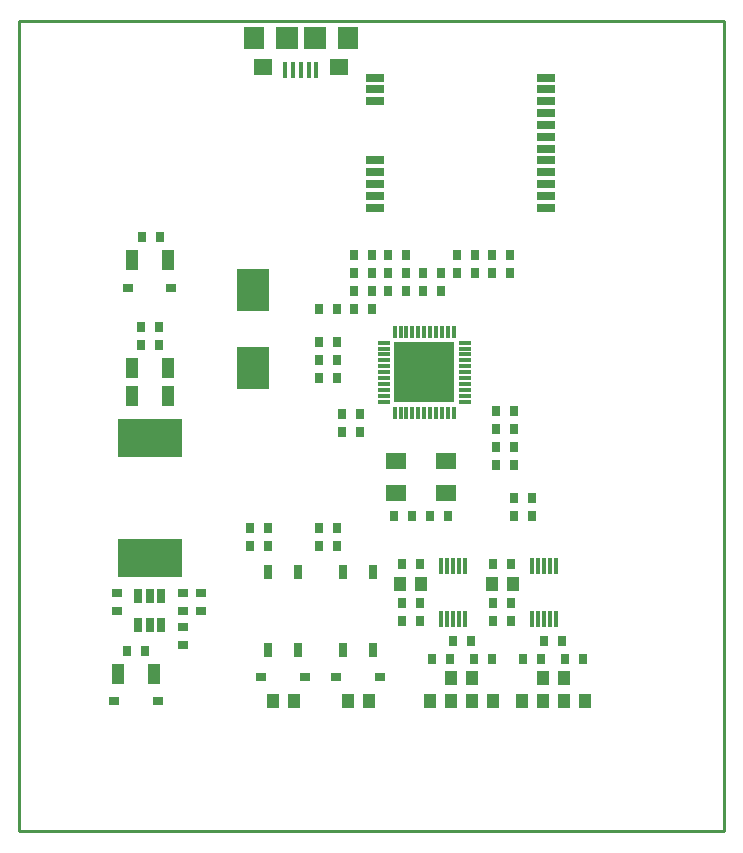
<source format=gbr>
G04 EAGLE Gerber RS-274X export*
G75*
%MOMM*%
%FSLAX34Y34*%
%LPD*%
%INSolderpaste Top*%
%IPPOS*%
%AMOC8*
5,1,8,0,0,1.08239X$1,22.5*%
G01*
%ADD10R,0.762000X0.889000*%
%ADD11R,0.889000X0.762000*%
%ADD12R,1.016000X1.778000*%
%ADD13R,1.016000X0.304800*%
%ADD14R,0.304800X1.016000*%
%ADD15R,5.080000X5.080000*%
%ADD16R,0.762000X1.270000*%
%ADD17R,1.524000X0.700000*%
%ADD18R,1.016000X1.270000*%
%ADD19R,1.651000X1.397000*%
%ADD20R,1.800000X1.900000*%
%ADD21R,1.900000X1.900000*%
%ADD22R,1.600000X1.400000*%
%ADD23R,0.400000X1.400000*%
%ADD24R,2.794000X3.556000*%
%ADD25R,0.635000X1.143000*%
%ADD26R,5.461000X3.302000*%
%ADD27R,0.300000X1.397000*%
%ADD28C,0.254000*%


D10*
X419100Y340360D03*
X403860Y340360D03*
X119380Y502920D03*
X104140Y502920D03*
X283210Y487680D03*
X298450Y487680D03*
X283210Y472440D03*
X298450Y472440D03*
X356870Y472440D03*
X341630Y472440D03*
X419100Y355600D03*
X403860Y355600D03*
X317500Y266700D03*
X332740Y266700D03*
X363220Y266700D03*
X347980Y266700D03*
X312420Y457200D03*
X327660Y457200D03*
X254000Y383540D03*
X269240Y383540D03*
X273050Y353060D03*
X288290Y353060D03*
D11*
X128905Y459740D03*
X92075Y459740D03*
X117475Y110490D03*
X80645Y110490D03*
D12*
X125730Y483870D03*
X95250Y483870D03*
D13*
X308610Y413620D03*
X308610Y408620D03*
X308610Y403620D03*
X308610Y398620D03*
X308610Y393620D03*
X308610Y388620D03*
X308610Y383620D03*
X308610Y378620D03*
X308610Y373620D03*
X308610Y368620D03*
X308610Y363620D03*
D14*
X317900Y354330D03*
X322900Y354330D03*
X327900Y354330D03*
X332900Y354330D03*
X337900Y354330D03*
X342900Y354330D03*
X347900Y354330D03*
X352900Y354330D03*
X357900Y354330D03*
X362900Y354330D03*
X367900Y354330D03*
D13*
X377190Y363620D03*
X377190Y368620D03*
X377190Y373620D03*
X377190Y378620D03*
X377190Y383620D03*
X377190Y388620D03*
X377190Y393620D03*
X377190Y398620D03*
X377190Y403620D03*
X377190Y408620D03*
X377190Y413620D03*
D14*
X367900Y422910D03*
X362900Y422910D03*
X357900Y422910D03*
X352900Y422910D03*
X347900Y422910D03*
X342900Y422910D03*
X337900Y422910D03*
X332900Y422910D03*
X327900Y422910D03*
X322900Y422910D03*
X317900Y422910D03*
D15*
X342900Y388620D03*
D16*
X210820Y153690D03*
X236220Y153690D03*
X236220Y219690D03*
X210820Y219690D03*
X274320Y153690D03*
X299720Y153690D03*
X299720Y219690D03*
X274320Y219690D03*
D17*
X445770Y527970D03*
X445770Y537970D03*
X445770Y547970D03*
X445770Y557970D03*
X445770Y567970D03*
X445770Y577970D03*
X445770Y587970D03*
X445770Y597970D03*
X445770Y607970D03*
X445770Y617970D03*
X445770Y627970D03*
X445770Y637970D03*
X300990Y637970D03*
X300990Y627970D03*
X300990Y617970D03*
X300990Y567970D03*
X300990Y557970D03*
X300990Y547970D03*
X300990Y537970D03*
X300990Y527970D03*
D10*
X273050Y337820D03*
X288290Y337820D03*
X254000Y414020D03*
X269240Y414020D03*
D18*
X232410Y110490D03*
X214630Y110490D03*
D10*
X195580Y256540D03*
X210820Y256540D03*
D18*
X295910Y110490D03*
X278130Y110490D03*
D10*
X254000Y256540D03*
X269240Y256540D03*
X254000Y398780D03*
X269240Y398780D03*
X415290Y487680D03*
X400050Y487680D03*
X269240Y441960D03*
X254000Y441960D03*
X386080Y487680D03*
X370840Y487680D03*
X415290Y472440D03*
X400050Y472440D03*
X386080Y472440D03*
X370840Y472440D03*
X327660Y487680D03*
X312420Y487680D03*
X327660Y472440D03*
X312420Y472440D03*
D19*
X319405Y286385D03*
X361315Y286385D03*
X361315Y313055D03*
X319405Y313055D03*
D20*
X278450Y671300D03*
D21*
X250450Y671300D03*
D20*
X198450Y671300D03*
D21*
X226450Y671300D03*
D22*
X270450Y647300D03*
X206450Y647300D03*
D23*
X238450Y644300D03*
X244950Y644300D03*
X251450Y644300D03*
X231950Y644300D03*
X225450Y644300D03*
D24*
X198120Y392430D03*
X198120Y458470D03*
D10*
X341630Y457200D03*
X356870Y457200D03*
D25*
X100990Y174625D03*
X110490Y174625D03*
X119990Y174625D03*
X119990Y198755D03*
X110490Y198755D03*
X100990Y198755D03*
D12*
X83820Y133350D03*
X114300Y133350D03*
X95250Y368300D03*
X125730Y368300D03*
X95250Y392430D03*
X125730Y392430D03*
D26*
X110490Y332740D03*
X110490Y231140D03*
D11*
X82550Y201930D03*
X82550Y186690D03*
D10*
X102870Y411480D03*
X118110Y411480D03*
D11*
X138430Y157480D03*
X138430Y172720D03*
X153670Y201930D03*
X153670Y186690D03*
X138430Y186690D03*
X138430Y201930D03*
D10*
X444500Y161290D03*
X459740Y161290D03*
X195580Y241300D03*
X210820Y241300D03*
X254000Y241300D03*
X269240Y241300D03*
X401320Y193040D03*
X416560Y193040D03*
X401320Y177800D03*
X416560Y177800D03*
X434340Y266700D03*
X419100Y266700D03*
X434340Y281940D03*
X419100Y281940D03*
X416560Y226060D03*
X401320Y226060D03*
D18*
X400050Y209550D03*
X417830Y209550D03*
D10*
X367030Y161290D03*
X382270Y161290D03*
X323850Y177800D03*
X339090Y177800D03*
X323850Y193040D03*
X339090Y193040D03*
D18*
X322580Y209550D03*
X340360Y209550D03*
D10*
X339090Y226060D03*
X323850Y226060D03*
D27*
X377030Y224155D03*
X372030Y224155D03*
X367030Y224155D03*
X362030Y224155D03*
X357030Y224155D03*
X357030Y179705D03*
X362030Y179705D03*
X367030Y179705D03*
X372030Y179705D03*
X377030Y179705D03*
X454500Y224155D03*
X449500Y224155D03*
X444500Y224155D03*
X439500Y224155D03*
X434500Y224155D03*
X434500Y179705D03*
X439500Y179705D03*
X444500Y179705D03*
X449500Y179705D03*
X454500Y179705D03*
D10*
X403860Y325120D03*
X419100Y325120D03*
X403860Y309880D03*
X419100Y309880D03*
D18*
X365760Y129540D03*
X383540Y129540D03*
X443230Y129540D03*
X461010Y129540D03*
X347980Y110490D03*
X365760Y110490D03*
X401320Y110490D03*
X383540Y110490D03*
X425450Y110490D03*
X443230Y110490D03*
X478790Y110490D03*
X461010Y110490D03*
D11*
X205105Y130810D03*
X241935Y130810D03*
X268605Y130810D03*
X305435Y130810D03*
D10*
X283210Y457200D03*
X298450Y457200D03*
X283210Y441960D03*
X298450Y441960D03*
X91440Y152400D03*
X106680Y152400D03*
X102870Y426720D03*
X118110Y426720D03*
X364490Y146050D03*
X349250Y146050D03*
X384810Y146050D03*
X400050Y146050D03*
X441960Y146050D03*
X426720Y146050D03*
X462280Y146050D03*
X477520Y146050D03*
D28*
X0Y0D02*
X596900Y0D01*
X596900Y685800D01*
X0Y685800D01*
X0Y0D01*
M02*

</source>
